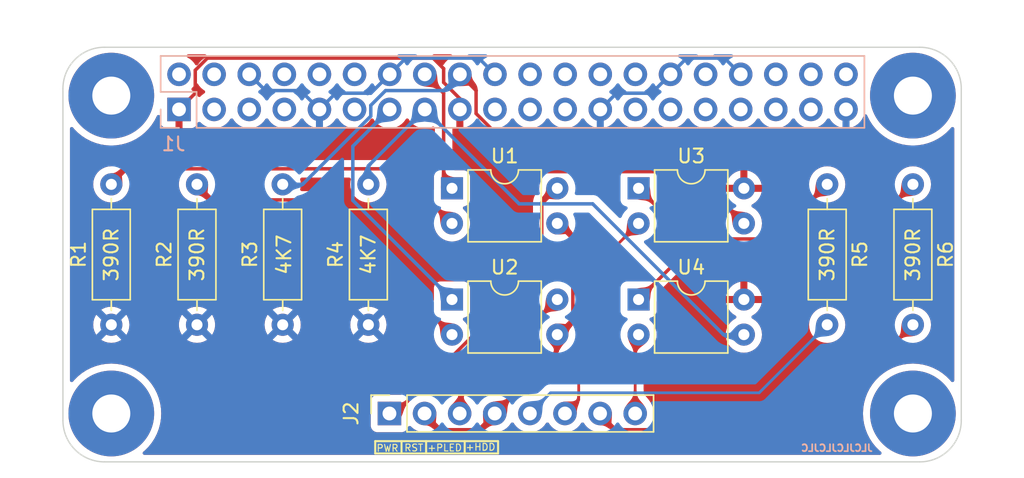
<source format=kicad_pcb>
(kicad_pcb (version 20211014) (generator pcbnew)
  (layers (0 "F.Cu" signal) (31 "B.Cu" signal) (34 "B.Paste" user) (35 "F.Paste" user) (36 "B.SilkS" user "B.Silkscreen") (37 "F.SilkS" user "F.Silkscreen") (38 "B.Mask" user) (39 "F.Mask" user) (44 "Edge.Cuts" user))
  (net 0 "")
  (net 1 "+3V3")
  (net 5 "GND1")
  (net 9 "PLED")
  (net 10 "IDLE_LED")
  (net 12 "RSTSW")
  (net 15 "PWRSW")
  (net 16 "Net-(R1-Pad2)")
  (net 17 "Net-(R2-Pad2)")
  (net 18 "PWR+")
  (net 19 "GND2")
  (net 20 "RST+")
  (net 21 "PLED+")
  (net 22 "PLED-")
  (net 23 "IDLE_LED+")
  (net 24 "IDLE_LED-")
  (net 25 "Net-(R5-Pad1)")
  (net 26 "Net-(R6-Pad1)")
  (footprint "Package_DIP:DIP-4_W7.62mm" (layer "F.Cu") (at 45.65 37.253332)
    (fp_text reference "U2" (at 3.81 -2.33) (layer "F.SilkS"))
    (fp_text value "TLP222A")
    (pad "1" thru_hole rect (at 0 0) (size 1.6 1.6) (drill 0.8) (layers *.Cu *.Mask) (net 12 "RSTSW"))
    (pad "2" thru_hole oval (at 0 2.54) (size 1.6 1.6) (drill 0.8) (layers *.Cu *.Mask) (net 17 "Net-(R2-Pad2)"))
    (pad "3" thru_hole oval (at 7.62 2.54) (size 1.6 1.6) (drill 0.8) (layers *.Cu *.Mask) (net 19 "GND2"))
    (pad "4" thru_hole oval (at 7.62 0) (size 1.6 1.6) (drill 0.8) (layers *.Cu *.Mask) (net 20 "RST+"))
  )
  (footprint "Connector_PinSocket_2.54mm:PinSocket_1x08_P2.54mm_Vertical" (layer "F.Cu") (at 41.125 45.5 90)
    (fp_text reference "J2" (at 0 -2.77 90) (layer "F.SilkS"))
    (fp_text value "Conn_01x08")
    (pad "1" thru_hole rect (at 0 0 90) (size 1.7 1.7) (drill 1) (layers *.Cu *.Mask) (net 18 "PWR+"))
    (pad "2" thru_hole oval (at 0 2.54 90) (size 1.7 1.7) (drill 1) (layers *.Cu *.Mask) (net 19 "GND2"))
    (pad "3" thru_hole oval (at 0 5.08 90) (size 1.7 1.7) (drill 1) (layers *.Cu *.Mask) (net 20 "RST+"))
    (pad "4" thru_hole oval (at 0 7.62 90) (size 1.7 1.7) (drill 1) (layers *.Cu *.Mask) (net 19 "GND2"))
    (pad "5" thru_hole oval (at 0 10.16 90) (size 1.7 1.7) (drill 1) (layers *.Cu *.Mask) (net 21 "PLED+"))
    (pad "6" thru_hole oval (at 0 12.7 90) (size 1.7 1.7) (drill 1) (layers *.Cu *.Mask) (net 22 "PLED-"))
    (pad "7" thru_hole oval (at 0 15.24 90) (size 1.7 1.7) (drill 1) (layers *.Cu *.Mask) (net 23 "IDLE_LED+"))
    (pad "8" thru_hole oval (at 0 17.78 90) (size 1.7 1.7) (drill 1) (layers *.Cu *.Mask) (net 24 "IDLE_LED-"))
  )
  (footprint "Resistor_THT:R_Axial_DIN0207_L6.3mm_D2.5mm_P10.16mm_Horizontal" (layer "F.Cu") (at 39.6 39.08 90)
    (fp_text reference "R4" (at 5.08 -2.37 90) (layer "F.SilkS"))
    (fp_text value "4K7" (at 5.08 0 90) (layer "F.SilkS"))
    (pad "1" thru_hole circle (at 0 0 90) (size 1.6 1.6) (drill 0.8) (layers *.Cu *.Mask) (net 5 "GND1"))
    (pad "2" thru_hole oval (at 10.16 0 90) (size 1.6 1.6) (drill 0.8) (layers *.Cu *.Mask) (net 10 "IDLE_LED"))
  )
  (footprint "MountingHole:MountingHole_2.7mm" (layer "F.Cu") (at 79 45.5)
    (fp_text reference "REF**" hide)
    (fp_text value "MountingHole_2.7mm")
    (pad "" np_thru_hole circle (at 0 0) (size 6.2 6.2) (drill 2.75) (layers F&B.Cu *.Mask))
  )
  (footprint "Resistor_THT:R_Axial_DIN0207_L6.3mm_D2.5mm_P10.16mm_Horizontal" (layer "F.Cu") (at 27.2 39.08 90)
    (fp_text reference "R2" (at 5.08 -2.37 90) (layer "F.SilkS"))
    (fp_text value "390R" (at 5.08 0 90) (layer "F.SilkS"))
    (pad "1" thru_hole circle (at 0 0 90) (size 1.6 1.6) (drill 0.8) (layers *.Cu *.Mask) (net 5 "GND1"))
    (pad "2" thru_hole oval (at 10.16 0 90) (size 1.6 1.6) (drill 0.8) (layers *.Cu *.Mask) (net 17 "Net-(R2-Pad2)"))
  )
  (footprint "Package_DIP:DIP-4_W7.62mm" (layer "F.Cu") (at 45.65 29.206666)
    (fp_text reference "U1" (at 3.81 -2.33) (layer "F.SilkS"))
    (fp_text value "TLP222A")
    (pad "1" thru_hole rect (at 0 0) (size 1.6 1.6) (drill 0.8) (layers *.Cu *.Mask) (net 15 "PWRSW"))
    (pad "2" thru_hole oval (at 0 2.54) (size 1.6 1.6) (drill 0.8) (layers *.Cu *.Mask) (net 16 "Net-(R1-Pad2)"))
    (pad "3" thru_hole oval (at 7.62 2.54) (size 1.6 1.6) (drill 0.8) (layers *.Cu *.Mask) (net 19 "GND2"))
    (pad "4" thru_hole oval (at 7.62 0) (size 1.6 1.6) (drill 0.8) (layers *.Cu *.Mask) (net 18 "PWR+"))
  )
  (footprint "Resistor_THT:R_Axial_DIN0207_L6.3mm_D2.5mm_P10.16mm_Horizontal" (layer "F.Cu") (at 33.4 39.08 90)
    (fp_text reference "R3" (at 5.08 -2.37 90) (layer "F.SilkS"))
    (fp_text value "4K7" (at 5.08 0.1 90) (layer "F.SilkS"))
    (pad "1" thru_hole circle (at 0 0 90) (size 1.6 1.6) (drill 0.8) (layers *.Cu *.Mask) (net 5 "GND1"))
    (pad "2" thru_hole oval (at 10.16 0 90) (size 1.6 1.6) (drill 0.8) (layers *.Cu *.Mask) (net 9 "PLED"))
  )
  (footprint "Resistor_THT:R_Axial_DIN0207_L6.3mm_D2.5mm_P10.16mm_Horizontal" (layer "F.Cu") (at 21 39.08 90)
    (fp_text reference "R1" (at 5.08 -2.37 90) (layer "F.SilkS"))
    (fp_text value "390R" (at 5.08 0 90) (layer "F.SilkS"))
    (pad "1" thru_hole circle (at 0 0 90) (size 1.6 1.6) (drill 0.8) (layers *.Cu *.Mask) (net 5 "GND1"))
    (pad "2" thru_hole oval (at 10.16 0 90) (size 1.6 1.6) (drill 0.8) (layers *.Cu *.Mask) (net 16 "Net-(R1-Pad2)"))
  )
  (footprint "MountingHole:MountingHole_2.7mm" (layer "F.Cu") (at 21 45.5)
    (fp_text reference "REF**" hide)
    (fp_text value "MountingHole_2.7mm")
    (pad "" np_thru_hole circle (at 0 0) (size 6.2 6.2) (drill 2.75) (layers F&B.Cu *.Mask))
  )
  (footprint "MountingHole:MountingHole_2.7mm" (layer "F.Cu") (at 79 22.5)
    (fp_text reference "REF**" hide)
    (fp_text value "MountingHole_2.7mm")
    (pad "" np_thru_hole circle (at 0 0) (size 6.2 6.2) (drill 2.75) (layers F&B.Cu *.Mask))
  )
  (footprint "Package_DIP:DIP-4_W7.62mm" (layer "F.Cu") (at 59.15 29.206666)
    (fp_text reference "U3" (at 3.81 -2.33) (layer "F.SilkS"))
    (fp_text value "TLP222A")
    (pad "1" thru_hole rect (at 0 0) (size 1.6 1.6) (drill 0.8) (layers *.Cu *.Mask) (net 25 "Net-(R5-Pad1)"))
    (pad "2" thru_hole oval (at 0 2.54) (size 1.6 1.6) (drill 0.8) (layers *.Cu *.Mask) (net 22 "PLED-"))
    (pad "3" thru_hole oval (at 7.62 2.54) (size 1.6 1.6) (drill 0.8) (layers *.Cu *.Mask) (net 9 "PLED"))
    (pad "4" thru_hole oval (at 7.62 0) (size 1.6 1.6) (drill 0.8) (layers *.Cu *.Mask) (net 1 "+3V3"))
  )
  (footprint "MountingHole:MountingHole_2.7mm" (layer "F.Cu") (at 21 22.5)
    (fp_text reference "REF**" hide)
    (fp_text value "MountingHole_2.7mm")
    (pad "" np_thru_hole circle (at 0 0) (size 6.2 6.2) (drill 2.75) (layers F&B.Cu *.Mask))
  )
  (footprint "Resistor_THT:R_Axial_DIN0207_L6.3mm_D2.5mm_P10.16mm_Horizontal" (layer "F.Cu") (at 72.8 28.92 -90)
    (fp_text reference "R5" (at 5.08 -2.37 90) (layer "F.SilkS"))
    (fp_text value "390R" (at 5.08 0 90) (layer "F.SilkS"))
    (pad "1" thru_hole circle (at 0 0 270) (size 1.6 1.6) (drill 0.8) (layers *.Cu *.Mask) (net 25 "Net-(R5-Pad1)"))
    (pad "2" thru_hole oval (at 10.16 0 270) (size 1.6 1.6) (drill 0.8) (layers *.Cu *.Mask) (net 21 "PLED+"))
  )
  (footprint "Package_DIP:DIP-4_W7.62mm" (layer "F.Cu") (at 59.15 37.253332)
    (fp_text reference "U4" (at 3.81 -2.33) (layer "F.SilkS"))
    (fp_text value "TLP222A")
    (pad "1" thru_hole rect (at 0 0) (size 1.6 1.6) (drill 0.8) (layers *.Cu *.Mask) (net 26 "Net-(R6-Pad1)"))
    (pad "2" thru_hole oval (at 0 2.54) (size 1.6 1.6) (drill 0.8) (layers *.Cu *.Mask) (net 24 "IDLE_LED-"))
    (pad "3" thru_hole oval (at 7.62 2.54) (size 1.6 1.6) (drill 0.8) (layers *.Cu *.Mask) (net 10 "IDLE_LED"))
    (pad "4" thru_hole oval (at 7.62 0) (size 1.6 1.6) (drill 0.8) (layers *.Cu *.Mask) (net 1 "+3V3"))
  )
  (footprint "Resistor_THT:R_Axial_DIN0207_L6.3mm_D2.5mm_P10.16mm_Horizontal" (layer "F.Cu") (at 79 28.92 -90)
    (fp_text reference "R6" (at 5.08 -2.37 90) (layer "F.SilkS"))
    (fp_text value "390R" (at 5.08 0 90) (layer "F.SilkS"))
    (pad "1" thru_hole circle (at 0 0 270) (size 1.6 1.6) (drill 0.8) (layers *.Cu *.Mask) (net 26 "Net-(R6-Pad1)"))
    (pad "2" thru_hole oval (at 10.16 0 270) (size 1.6 1.6) (drill 0.8) (layers *.Cu *.Mask) (net 23 "IDLE_LED+"))
  )
  (footprint "Connector_PinSocket_2.54mm:PinSocket_2x20_P2.54mm_Vertical" (layer "B.Cu") (at 25.9 23.5 -90)
    (fp_text reference "J1" (at 2.5 0.4 180) (layer "B.SilkS") (effects (justify mirror)))
    (fp_text value "Raspberry_Pi_2_3")
    (pad "1" thru_hole rect (at 0 0 270) (size 1.7 1.7) (drill 1) (layers *.Cu *.Mask) (net 1 "+3V3"))
    (pad "2" thru_hole oval (at -2.54 0 270) (size 1.7 1.7) (drill 1) (layers *.Cu *.Mask))
    (pad "3" thru_hole oval (at 0 -2.54 270) (size 1.7 1.7) (drill 1) (layers *.Cu *.Mask))
    (pad "4" thru_hole oval (at -2.54 -2.54 270) (size 1.7 1.7) (drill 1) (layers *.Cu *.Mask))
    (pad "5" thru_hole oval (at 0 -5.08 270) (size 1.7 1.7) (drill 1) (layers *.Cu *.Mask))
    (pad "6" thru_hole oval (at -2.54 -5.08 270) (size 1.7 1.7) (drill 1) (layers *.Cu *.Mask) (net 5 "GND1"))
    (pad "7" thru_hole oval (at 0 -7.62 270) (size 1.7 1.7) (drill 1) (layers *.Cu *.Mask))
    (pad "8" thru_hole oval (at -2.54 -7.62 270) (size 1.7 1.7) (drill 1) (layers *.Cu *.Mask))
    (pad "9" thru_hole oval (at 0 -10.16 270) (size 1.7 1.7) (drill 1) (layers *.Cu *.Mask) (net 5 "GND1"))
    (pad "10" thru_hole oval (at -2.54 -10.16 270) (size 1.7 1.7) (drill 1) (layers *.Cu *.Mask))
    (pad "11" thru_hole oval (at 0 -12.7 270) (size 1.7 1.7) (drill 1) (layers *.Cu *.Mask))
    (pad "12" thru_hole oval (at -2.54 -12.7 270) (size 1.7 1.7) (drill 1) (layers *.Cu *.Mask))
    (pad "13" thru_hole oval (at 0 -15.24 270) (size 1.7 1.7) (drill 1) (layers *.Cu *.Mask) (net 12 "RSTSW"))
    (pad "14" thru_hole oval (at -2.54 -15.24 270) (size 1.7 1.7) (drill 1) (layers *.Cu *.Mask) (net 5 "GND1"))
    (pad "15" thru_hole oval (at 0 -17.78 270) (size 1.7 1.7) (drill 1) (layers *.Cu *.Mask) (net 10 "IDLE_LED"))
    (pad "16" thru_hole oval (at -2.54 -17.78 270) (size 1.7 1.7) (drill 1) (layers *.Cu *.Mask) (net 15 "PWRSW"))
    (pad "17" thru_hole oval (at 0 -20.32 270) (size 1.7 1.7) (drill 1) (layers *.Cu *.Mask) (net 1 "+3V3"))
    (pad "18" thru_hole oval (at -2.54 -20.32 270) (size 1.7 1.7) (drill 1) (layers *.Cu *.Mask) (net 9 "PLED"))
    (pad "19" thru_hole oval (at 0 -22.86 270) (size 1.7 1.7) (drill 1) (layers *.Cu *.Mask))
    (pad "20" thru_hole oval (at -2.54 -22.86 270) (size 1.7 1.7) (drill 1) (layers *.Cu *.Mask) (net 5 "GND1"))
    (pad "21" thru_hole oval (at 0 -25.4 270) (size 1.7 1.7) (drill 1) (layers *.Cu *.Mask))
    (pad "22" thru_hole oval (at -2.54 -25.4 270) (size 1.7 1.7) (drill 1) (layers *.Cu *.Mask))
    (pad "23" thru_hole oval (at 0 -27.94 270) (size 1.7 1.7) (drill 1) (layers *.Cu *.Mask))
    (pad "24" thru_hole oval (at -2.54 -27.94 270) (size 1.7 1.7) (drill 1) (layers *.Cu *.Mask))
    (pad "25" thru_hole oval (at 0 -30.48 270) (size 1.7 1.7) (drill 1) (layers *.Cu *.Mask) (net 5 "GND1"))
    (pad "26" thru_hole oval (at -2.54 -30.48 270) (size 1.7 1.7) (drill 1) (layers *.Cu *.Mask))
    (pad "27" thru_hole oval (at 0 -33.02 270) (size 1.7 1.7) (drill 1) (layers *.Cu *.Mask))
    (pad "28" thru_hole oval (at -2.54 -33.02 270) (size 1.7 1.7) (drill 1) (layers *.Cu *.Mask))
    (pad "29" thru_hole oval (at 0 -35.56 270) (size 1.7 1.7) (drill 1) (layers *.Cu *.Mask))
    (pad "30" thru_hole oval (at -2.54 -35.56 270) (size 1.7 1.7) (drill 1) (layers *.Cu *.Mask) (net 5 "GND1"))
    (pad "31" thru_hole oval (at 0 -38.1 270) (size 1.7 1.7) (drill 1) (layers *.Cu *.Mask))
    (pad "32" thru_hole oval (at -2.54 -38.1 270) (size 1.7 1.7) (drill 1) (layers *.Cu *.Mask))
    (pad "33" thru_hole oval (at 0 -40.64 270) (size 1.7 1.7) (drill 1) (layers *.Cu *.Mask))
    (pad "34" thru_hole oval (at -2.54 -40.64 270) (size 1.7 1.7) (drill 1) (layers *.Cu *.Mask) (net 5 "GND1"))
    (pad "35" thru_hole oval (at 0 -43.18 270) (size 1.7 1.7) (drill 1) (layers *.Cu *.Mask))
    (pad "36" thru_hole oval (at -2.54 -43.18 270) (size 1.7 1.7) (drill 1) (layers *.Cu *.Mask))
    (pad "37" thru_hole oval (at 0 -45.72 270) (size 1.7 1.7) (drill 1) (layers *.Cu *.Mask))
    (pad "38" thru_hole oval (at -2.54 -45.72 270) (size 1.7 1.7) (drill 1) (layers *.Cu *.Mask))
    (pad "39" thru_hole oval (at 0 -48.26 270) (size 1.7 1.7) (drill 1) (layers *.Cu *.Mask) (net 5 "GND1"))
    (pad "40" thru_hole oval (at -2.54 -48.26 270) (size 1.7 1.7) (drill 1) (layers *.Cu *.Mask))
  )
  (gr_line (start 48.985 47.5) (end 40.095 47.5) (layer "F.SilkS") (width 0.15))
  (gr_line (start 40.095 48.389) (end 48.985 48.389) (layer "F.SilkS") (width 0.15))
  (gr_line (start 48.985 48.389) (end 48.985 47.5) (layer "F.SilkS") (width 0.15))
  (gr_line (start 40.095 47.5) (end 40.095 48.389) (layer "F.SilkS") (width 0.15))
  (gr_line (start 43.778 48.389) (end 43.778 47.5) (layer "F.SilkS") (width 0.15))
  (gr_line (start 46.572 48.389) (end 46.572 47.5) (layer "F.SilkS") (width 0.15))
  (gr_line (start 42 48.389) (end 42 47.5) (layer "F.SilkS") (width 0.15))
  (gr_line (start 79.5 19) (end 20.5 19) (layer "Edge.Cuts") (width 0.1))
  (gr_line (start 79.5 49) (end 20.5 49) (layer "Edge.Cuts") (width 0.1))
  (gr_line (start 17.5 22) (end 17.5 46) (layer "Edge.Cuts") (width 0.1))
  (gr_arc (start 20.5 49) (mid 18.37868 48.12132) (end 17.5 46) (layer "Edge.Cuts") (width 0.1))
  (gr_arc (start 82.5 46) (mid 81.62132 48.12132) (end 79.5 49) (layer "Edge.Cuts") (width 0.1))
  (gr_arc (start 17.5 22) (mid 18.37868 19.87868) (end 20.5 19) (layer "Edge.Cuts") (width 0.1))
  (gr_arc (start 79.5 19) (mid 81.62132 19.87868) (end 82.5 22) (layer "Edge.Cuts") (width 0.1))
  (gr_line (start 82.5 22) (end 82.5 46) (layer "Edge.Cuts") (width 0.1))
  (gr_text "JLCJLCJLCJLC" (at 73.5 48) (layer "B.SilkS") (effects (font (size 0.5 0.5) (thickness 0.125)) (justify mirror)))
  (gr_text "+HDD" (at 47.715 47.9318) (layer "F.SilkS") (effects (font (size 0.5 0.5) (thickness 0.075))))
  (gr_text "RST" (at 42.889 47.9826) (layer "F.SilkS") (effects (font (size 0.5 0.5) (thickness 0.075))))
  (gr_text "PWR" (at 40.984 48.008) (layer "F.SilkS") (effects (font (size 0.5 0.5) (thickness 0.075))))
  (gr_text "+PLED" (at 45.1242 47.9826) (layer "F.SilkS") (effects (font (size 0.5 0.5) (thickness 0.075))))
  (segment (start 27.074511 22.325489) (end 27.074511 20.664479) (width 0.25) (layer "F.Cu") (net 1))
  (segment (start 25.9 23.5) (end 27.074511 22.325489) (width 0.25) (layer "F.Cu") (net 1))
  (segment (start 45.045489 20.545489) (end 45.045489 21.545489) (width 0.25) (layer "F.Cu") (net 1))
  (segment (start 44.285489 19.785489) (end 45.045489 20.545489) (width 0.25) (layer "F.Cu") (net 1))
  (segment (start 27.074511 20.664479) (end 27.953501 19.785489) (width 0.25) (layer "F.Cu") (net 1))
  (segment (start 27.953501 19.785489) (end 44.285489 19.785489) (width 0.25) (layer "F.Cu") (net 1))
  (segment (start 46.22 22.72) (end 46.22 23.5) (width 0.25) (layer "F.Cu") (net 1))
  (segment (start 45.045489 21.545489) (end 46.22 22.72) (width 0.25) (layer "F.Cu") (net 1))
  (segment (start 37.234511 22.325489) (end 39.774511 22.325489) (width 0.25) (layer "B.Cu") (net 5))
  (segment (start 34.694511 22.134511) (end 36.06 23.5) (width 0.25) (layer "B.Cu") (net 5))
  (segment (start 39.774511 22.325489) (end 41.14 20.96) (width 0.25) (layer "B.Cu") (net 5))
  (segment (start 30.98 20.96) (end 32.154511 22.134511) (width 0.25) (layer "B.Cu") (net 5))
  (segment (start 36.06 23.5) (end 37.234511 22.325489) (width 0.25) (layer "B.Cu") (net 5))
  (segment (start 42.314511 19.785489) (end 41.14 20.96) (width 0.25) (layer "B.Cu") (net 5))
  (segment (start 60.094511 22.325489) (end 61.46 20.96) (width 0.25) (layer "B.Cu") (net 5))
  (segment (start 32.154511 22.134511) (end 34.694511 22.134511) (width 0.25) (layer "B.Cu") (net 5))
  (segment (start 65.365489 19.785489) (end 62.634511 19.785489) (width 0.25) (layer "B.Cu") (net 5))
  (segment (start 48.76 20.96) (end 47.585489 19.785489) (width 0.25) (layer "B.Cu") (net 5))
  (segment (start 57.554511 22.325489) (end 60.094511 22.325489) (width 0.25) (layer "B.Cu") (net 5))
  (segment (start 47.585489 19.785489) (end 42.314511 19.785489) (width 0.25) (layer "B.Cu") (net 5))
  (segment (start 66.54 20.96) (end 65.365489 19.785489) (width 0.25) (layer "B.Cu") (net 5))
  (segment (start 56.38 23.5) (end 57.554511 22.325489) (width 0.25) (layer "B.Cu") (net 5))
  (segment (start 62.634511 19.785489) (end 61.46 20.96) (width 0.25) (layer "B.Cu") (net 5))
  (segment (start 63.023334 28) (end 66.77 31.746666) (width 0.25) (layer "F.Cu") (net 9))
  (segment (start 51.59899 28) (end 63.023334 28) (width 0.25) (layer "F.Cu") (net 9))
  (segment (start 46.22 20.96) (end 47.394511 22.134511) (width 0.25) (layer "F.Cu") (net 9))
  (segment (start 47.394511 22.134511) (end 47.394511 23.795521) (width 0.25) (layer "F.Cu") (net 9))
  (segment (start 47.394511 23.795521) (end 51.59899 28) (width 0.25) (layer "F.Cu") (net 9))
  (segment (start 40.844479 22.134511) (end 45.045489 22.134511) (width 0.25) (layer "B.Cu") (net 9))
  (segment (start 45.045489 22.134511) (end 46.22 20.96) (width 0.25) (layer "B.Cu") (net 9))
  (segment (start 39.774511 23.986499) (end 39.774511 23.204479) (width 0.25) (layer "B.Cu") (net 9))
  (segment (start 39.774511 23.204479) (end 40.844479 22.134511) (width 0.25) (layer "B.Cu") (net 9))
  (segment (start 33.4 28.92) (end 34.84101 28.92) (width 0.25) (layer "B.Cu") (net 9))
  (segment (start 34.84101 28.92) (end 39.774511 23.986499) (width 0.25) (layer "B.Cu") (net 9))
  (segment (start 65.293332 39.793332) (end 66.77 39.793332) (width 0.25) (layer "B.Cu") (net 10))
  (segment (start 39.6 28.92) (end 39.6 27.58) (width 0.25) (layer "B.Cu") (net 10))
  (segment (start 50.511177 30.331177) (end 55.831177 30.331177) (width 0.25) (layer "B.Cu") (net 10))
  (segment (start 39.6 27.58) (end 43.68 23.5) (width 0.25) (layer "B.Cu") (net 10))
  (segment (start 43.68 23.5) (end 50.511177 30.331177) (width 0.25) (layer "B.Cu") (net 10))
  (segment (start 55.831177 30.331177) (end 65.293332 39.793332) (width 0.25) (layer "B.Cu") (net 10))
  (segment (start 38.475489 30.078821) (end 45.65 37.253332) (width 0.25) (layer "B.Cu") (net 12))
  (segment (start 41.14 23.5) (end 38.475489 26.164511) (width 0.25) (layer "B.Cu") (net 12))
  (segment (start 38.475489 26.164511) (end 38.475489 30.078821) (width 0.25) (layer "B.Cu") (net 12))
  (segment (start 45.045489 22.325489) (end 43.68 20.96) (width 0.25) (layer "F.Cu") (net 15))
  (segment (start 45.045489 28.602155) (end 45.045489 22.325489) (width 0.25) (layer "F.Cu") (net 15))
  (segment (start 45.65 29.206666) (end 45.045489 28.602155) (width 0.25) (layer "F.Cu") (net 15))
  (segment (start 22.124511 27.795489) (end 41.698823 27.795489) (width 0.25) (layer "F.Cu") (net 16))
  (segment (start 21 28.92) (end 22.124511 27.795489) (width 0.25) (layer "F.Cu") (net 16))
  (segment (start 41.698823 27.795489) (end 45.65 31.746666) (width 0.25) (layer "F.Cu") (net 16))
  (segment (start 28.324511 30.044511) (end 35.901179 30.044511) (width 0.25) (layer "F.Cu") (net 17))
  (segment (start 35.901179 30.044511) (end 45.65 39.793332) (width 0.25) (layer "F.Cu") (net 17))
  (segment (start 27.2 28.92) (end 28.324511 30.044511) (width 0.25) (layer "F.Cu") (net 17))
  (segment (start 41.125 45.5) (end 41.533632 45.5) (width 0.25) (layer "F.Cu") (net 18))
  (segment (start 52.145489 30.331177) (end 53.27 29.206666) (width 0.25) (layer "F.Cu") (net 18))
  (segment (start 41.533632 45.5) (end 52.145489 34.888143) (width 0.25) (layer "F.Cu") (net 18))
  (segment (start 52.145489 34.888143) (end 52.145489 30.331177) (width 0.25) (layer "F.Cu") (net 18))
  (segment (start 44.839511 46.674511) (end 47.570489 46.674511) (width 0.25) (layer "F.Cu") (net 19))
  (segment (start 43.665 45.5) (end 44.839511 46.674511) (width 0.25) (layer "F.Cu") (net 19))
  (segment (start 47.570489 46.674511) (end 48.745 45.5) (width 0.25) (layer "F.Cu") (net 19))
  (segment (start 53.27 39.793332) (end 54.394511 38.668821) (width 0.25) (layer "F.Cu") (net 19))
  (segment (start 54.394511 32.871177) (end 53.27 31.746666) (width 0.25) (layer "F.Cu") (net 19))
  (segment (start 53.27 40.975) (end 53.27 39.793332) (width 0.25) (layer "F.Cu") (net 19))
  (segment (start 54.394511 38.668821) (end 54.394511 32.871177) (width 0.25) (layer "F.Cu") (net 19))
  (segment (start 48.745 45.5) (end 53.27 40.975) (width 0.25) (layer "F.Cu") (net 19))
  (segment (start 46.205 44.318332) (end 46.205 45.5) (width 0.25) (layer "F.Cu") (net 20))
  (segment (start 53.27 37.253332) (end 46.205 44.318332) (width 0.25) (layer "F.Cu") (net 20))
  (segment (start 51.285 45.5) (end 52.785 44) (width 0.2) (layer "B.Cu") (net 21))
  (segment (start 67.88 44) (end 72.8 39.08) (width 0.2) (layer "B.Cu") (net 21))
  (segment (start 52.785 44) (end 67.88 44) (width 0.2) (layer "B.Cu") (net 21))
  (segment (start 54.819031 44.505969) (end 54.819031 36.077635) (width 0.2) (layer "F.Cu") (net 22))
  (segment (start 53.825 45.5) (end 54.819031 44.505969) (width 0.2) (layer "F.Cu") (net 22))
  (segment (start 54.819031 36.077635) (end 59.15 31.746666) (width 0.2) (layer "F.Cu") (net 22))
  (segment (start 57.514511 46.649511) (end 71.430489 46.649511) (width 0.2) (layer "F.Cu") (net 23))
  (segment (start 71.430489 46.649511) (end 79 39.08) (width 0.2) (layer "F.Cu") (net 23))
  (segment (start 56.365 45.5) (end 57.514511 46.649511) (width 0.2) (layer "F.Cu") (net 23))
  (segment (start 58.905 45.5) (end 58.905 40.038332) (width 0.2) (layer "F.Cu") (net 24))
  (segment (start 58.905 40.038332) (end 59.15 39.793332) (width 0.2) (layer "F.Cu") (net 24))
  (segment (start 62.814511 32.871177) (end 68.848823 32.871177) (width 0.25) (layer "F.Cu") (net 25))
  (segment (start 68.848823 32.871177) (end 72.8 28.92) (width 0.25) (layer "F.Cu") (net 25))
  (segment (start 59.15 29.206666) (end 62.814511 32.871177) (width 0.25) (layer "F.Cu") (net 25))
  (segment (start 63.082635 33.320697) (end 59.15 37.253332) (width 0.25) (layer "F.Cu") (net 26))
  (segment (start 74.599303 33.320697) (end 63.082635 33.320697) (width 0.25) (layer "F.Cu") (net 26))
  (segment (start 79 28.92) (end 74.599303 33.320697) (width 0.25) (layer "F.Cu") (net 26))
  (zone (net 19) (net_name "GND2") (layer "F.Cu") (priority 16962) (connect_pads yes (clearance 0)) (min_thickness 0.0254) (fill yes (thermal_gap 0.508) (thermal_bridge_width 0.508))
    (polygon (pts (xy 54.519511 32.880878) (xy 54.506924 32.715403) (xy 54.472761 32.580293) (xy 54.422416 32.468498) (xy 54.361283 32.37297) (xy 54.294755 32.28666) (xy 54.228227 32.202518) (xy 54.167094 32.113497) (xy 54.116749 32.012547) (xy 54.082586 31.892619) (xy 54.07 31.746666) (xy 52.987158 31.463824) (xy 53.00746 32.502359) (xy 53.176096 32.54148) (xy 53.349358 32.551661) (xy 53.521975 32.54365) (xy 53.688677 32.528193) (xy 53.844193 32.516036) (xy 53.983252 32.517925) (xy 54.100584 32.544607) (xy 54.190918 32.606829) (xy 54.248984 32.715337) (xy 54.269511 32.880878)))
  )
  (zone (net 15) (net_name "PWRSW") (layer "F.Cu") (priority 16962) (connect_pads yes (clearance 0)) (min_thickness 0.0254) (fill yes (thermal_gap 0.508) (thermal_bridge_width 0.508))
    (polygon (pts (xy 44.920489 27.857063) (xy 44.918515 28.042969) (xy 44.913158 28.199717) (xy 44.905263 28.333995) (xy 44.895676 28.452491) (xy 44.885244 28.561896) (xy 44.874812 28.668898) (xy 44.865225 28.780187) (xy 44.85733 28.902452) (xy 44.851973 29.042382) (xy 44.85 29.206666) (xy 45.932842 29.489508) (xy 45.91254 28.450973) (xy 45.795606 28.413768) (xy 45.683416 28.382038) (xy 45.577751 28.35188) (xy 45.480393 28.319393) (xy 45.393125 28.280675) (xy 45.317728 28.231825) (xy 45.255983 28.16894) (xy 45.209674 28.088119) (xy 45.180582 27.985461) (xy 45.170489 27.857063)))
  )
  (zone (net 25) (net_name "Net-(R5-Pad1)") (layer "F.Cu") (priority 16962) (connect_pads yes (clearance 0)) (min_thickness 0.0254) (fill yes (thermal_gap 0.508) (thermal_bridge_width 0.508))
    (polygon (pts (xy 60.362687 30.242577) (xy 60.237004 30.103431) (xy 60.14739 29.975671) (xy 60.086982 29.855801) (xy 60.048922 29.740328) (xy 60.026349 29.625757) (xy 60.012404 29.508593) (xy 60.000225 29.385342) (xy 59.982954 29.25251) (xy 59.95373 29.106603) (xy 59.905693 28.944126) (xy 58.867158 28.923824) (xy 58.88746 29.962359) (xy 59.049937 30.010396) (xy 59.195844 30.03962) (xy 59.328676 30.056891) (xy 59.451927 30.06907) (xy 59.569091 30.083015) (xy 59.683662 30.105588) (xy 59.799135 30.143648) (xy 59.919005 30.204056) (xy 60.046765 30.29367) (xy 60.185911 30.419353)))
  )
  (zone (net 1) (net_name "+3V3") (layer "F.Cu") (connect_pads (clearance 0.508)) (min_thickness 0.254) (fill yes (thermal_gap 0.508) (thermal_bridge_width 0.508))
    (polygon (pts (xy 82.5 49) (xy 17.5 49) (xy 17.5 19) (xy 82.5 19)))
  )
  (zone (net 17) (net_name "Net-(R2-Pad2)") (layer "F.Cu") (priority 16962) (connect_pads yes (clearance 0)) (min_thickness 0.0254) (fill yes (thermal_gap 0.508) (thermal_bridge_width 0.508))
    (polygon (pts (xy 44.437313 38.757421) (xy 44.562995 38.896566) (xy 44.652609 39.024326) (xy 44.713017 39.144196) (xy 44.751077 39.259669) (xy 44.77365 39.37424) (xy 44.787595 39.491404) (xy 44.799774 39.614655) (xy 44.817045 39.747487) (xy 44.846269 39.893394) (xy 44.894307 40.055872) (xy 45.932842 40.076174) (xy 45.91254 39.037639) (xy 45.750062 38.989601) (xy 45.604155 38.960377) (xy 45.471323 38.943106) (xy 45.348072 38.930927) (xy 45.230908 38.916982) (xy 45.116337 38.894409) (xy 45.000864 38.856349) (xy 44.880994 38.795941) (xy 44.753234 38.706327) (xy 44.614089 38.580645)))
  )
  (zone (net 20) (net_name "RST+") (layer "F.Cu") (priority 16962) (connect_pads yes (clearance 0)) (min_thickness 0.0254) (fill yes (thermal_gap 0.508) (thermal_bridge_width 0.508))
    (polygon (pts (xy 46.483127 43.863428) (xy 46.353252 43.997681) (xy 46.24797 44.114846) (xy 46.161557 44.218772) (xy 46.088284 44.31331) (xy 46.022428 44.402309) (xy 45.95826 44.489619) (xy 45.890055 44.579089) (xy 45.812088 44.674569) (xy 45.718631 44.779909) (xy 45.60396 44.89896) (xy 46.205 45.925) (xy 46.97 45.129494) (xy 46.897556 45.000478) (xy 46.815636 44.881885) (xy 46.731246 44.77148) (xy 46.651392 44.667028) (xy 46.583081 44.566294) (xy 46.53332 44.467045) (xy 46.509115 44.367046) (xy 46.517473 44.264062) (xy 46.5654 44.15586) (xy 46.659904 44.040205)))
  )
  (zone (net 22) (net_name "PLED-") (layer "F.Cu") (priority 16962) (connect_pads yes (clearance 0)) (min_thickness 0.0254) (fill yes (thermal_gap 0.508) (thermal_bridge_width 0.508))
    (polygon (pts (xy 58.096412 32.941676) (xy 58.236797 32.815613) (xy 58.365942 32.72697) (xy 58.487329 32.668559) (xy 58.604444 32.63319) (xy 58.720771 32.613677) (xy 58.839794 32.602831) (xy 58.964998 32.593464) (xy 59.099868 32.578389) (xy 59.247887 32.550416) (xy 59.41254 32.502359) (xy 59.432842 31.463824) (xy 58.394307 31.484126) (xy 58.346249 31.648778) (xy 58.318276 31.796797) (xy 58.303201 31.931667) (xy 58.293834 32.056871) (xy 58.282988 32.175894) (xy 58.263475 32.292221) (xy 58.228106 32.409336) (xy 58.169695 32.530723) (xy 58.081052 32.659868) (xy 57.95499 32.800254)))
  )
  (zone (net 18) (net_name "PWR+") (layer "F.Cu") (priority 16962) (connect_pads yes (clearance 0)) (min_thickness 0.0254) (fill yes (thermal_gap 0.508) (thermal_bridge_width 0.508))
    (polygon (pts (xy 42.413979 44.442876) (xy 42.28203 44.560345) (xy 42.159447 44.641151) (xy 42.043034 44.690978) (xy 41.929595 44.715514) (xy 41.815932 44.720444) (xy 41.698849 44.711455) (xy 41.57515 44.694233) (xy 41.441638 44.674464) (xy 41.295116 44.657835) (xy 41.132389 44.650033) (xy 40.740904 45.681921) (xy 41.787304 46.032777) (xy 41.903565 45.872876) (xy 41.988382 45.726308) (xy 42.050553 45.589621) (xy 42.098877 45.459366) (xy 42.142153 45.33209) (xy 42.189179 45.204345) (xy 42.248754 45.072679) (xy 42.329676 44.933642) (xy 42.440744 44.783783) (xy 42.590756 44.619653)))
  )
  (zone (net 16) (net_name "Net-(R1-Pad2)") (layer "F.Cu") (priority 16962) (connect_pads yes (clearance 0)) (min_thickness 0.0254) (fill yes (thermal_gap 0.508) (thermal_bridge_width 0.508))
    (polygon (pts (xy 44.437313 30.710755) (xy 44.562995 30.8499) (xy 44.652609 30.97766) (xy 44.713017 31.09753) (xy 44.751077 31.213003) (xy 44.77365 31.327574) (xy 44.787595 31.444738) (xy 44.799774 31.567989) (xy 44.817045 31.700821) (xy 44.846269 31.846728) (xy 44.894307 32.009206) (xy 45.932842 32.029508) (xy 45.91254 30.990973) (xy 45.750062 30.942935) (xy 45.604155 30.913711) (xy 45.471323 30.89644) (xy 45.348072 30.884261) (xy 45.230908 30.870316) (xy 45.116337 30.847743) (xy 45.000864 30.809683) (xy 44.880994 30.749275) (xy 44.753234 30.659661) (xy 44.614089 30.533979)))
  )
  (zone (net 19) (net_name "GND2") (layer "F.Cu") (priority 16962) (connect_pads yes (clearance 0)) (min_thickness 0.0254) (fill yes (thermal_gap 0.508) (thermal_bridge_width 0.508))
    (polygon (pts (xy 49.851621 44.216602) (xy 49.70334 44.350313) (xy 49.567119 44.445278) (xy 49.439245 44.50889) (xy 49.316006 44.548538) (xy 49.193691 44.571613) (xy 49.068588 44.585507) (xy 48.936984 44.597609) (xy 48.795167 44.61531) (xy 48.639427 44.646002) (xy 48.466051 44.697076) (xy 48.44448 45.80052) (xy 49.547924 45.778949) (xy 49.598997 45.605572) (xy 49.629689 45.449832) (xy 49.64739 45.308015) (xy 49.659492 45.176411) (xy 49.673386 45.051308) (xy 49.696461 44.928993) (xy 49.736109 44.805754) (xy 49.799721 44.67788) (xy 49.894686 44.541659) (xy 50.028398 44.393379)))
  )
  (zone (net 19) (net_name "GND2") (layer "F.Cu") (priority 16962) (connect_pads yes (clearance 0)) (min_thickness 0.0254) (fill yes (thermal_gap 0.508) (thermal_bridge_width 0.508))
    (polygon (pts (xy 47.531499 46.799511) (xy 47.707285 46.786924) (xy 47.851333 46.752761) (xy 47.971006 46.702416) (xy 48.073672 46.641283) (xy 48.166696 46.574755) (xy 48.257445 46.508227) (xy 48.353283 46.447094) (xy 48.461578 46.396749) (xy 48.589695 46.362586) (xy 48.745 46.35) (xy 49.04552 45.19948) (xy 47.942076 45.221051) (xy 47.900408 45.399122) (xy 47.888777 45.581827) (xy 47.895968 45.763659) (xy 47.91077 45.939112) (xy 47.92197 46.102679) (xy 47.918356 46.248855) (xy 47.888714 46.372132) (xy 47.821832 46.467005) (xy 47.706498 46.527966) (xy 47.531499 46.549511)))
  )
  (zone (net 16) (net_name "Net-(R1-Pad2)") (layer "F.Cu") (priority 16962) (connect_pads yes (clearance 0)) (min_thickness 0.0254) (fill yes (thermal_gap 0.508) (thermal_bridge_width 0.508))
    (polygon (pts (xy 22.134212 27.670489) (xy 21.968737 27.683075) (xy 21.833627 27.717238) (xy 21.721832 27.767583) (xy 21.626304 27.828716) (xy 21.539994 27.895244) (xy 21.455852 27.961772) (xy 21.366831 28.022905) (xy 21.265881 28.07325) (xy 21.145953 28.107413) (xy 21 28.12) (xy 20.717158 29.202842) (xy 21.755693 29.18254) (xy 21.794814 29.013903) (xy 21.804995 28.840641) (xy 21.796984 28.668024) (xy 21.781527 28.501322) (xy 21.76937 28.345806) (xy 21.771259 28.206747) (xy 21.797941 28.089415) (xy 21.860163 27.999081) (xy 21.968671 27.941015) (xy 22.134212 27.920489)))
  )
  (zone (net 24) (net_name "IDLE_LED-") (layer "F.Cu") (priority 16962) (connect_pads yes (clearance 0)) (min_thickness 0.0254) (fill yes (thermal_gap 0.508) (thermal_bridge_width 0.508))
    (polygon (pts (xy 58.805 43.81) (xy 58.794089 44.010555) (xy 58.763251 44.174327) (xy 58.715326 44.309393) (xy 58.653154 44.423829) (xy 58.579576 44.52571) (xy 58.497431 44.623115) (xy 58.409561 44.724119) (xy 58.318806 44.836799) (xy 58.228005 44.969232) (xy 58.14 45.129494) (xy 58.905 45.925) (xy 59.67 45.129494) (xy 59.581994 44.969232) (xy 59.491193 44.836799) (xy 59.400438 44.724119) (xy 59.312568 44.623115) (xy 59.230423 44.52571) (xy 59.156845 44.423829) (xy 59.094673 44.309393) (xy 59.046748 44.174327) (xy 59.01591 44.010555) (xy 59.005 43.81)))
  )
  (zone (net 26) (net_name "Net-(R6-Pad1)") (layer "F.Cu") (priority 16962) (connect_pads yes (clearance 0)) (min_thickness 0.0254) (fill yes (thermal_gap 0.508) (thermal_bridge_width 0.508))
    (polygon (pts (xy 60.185911 36.040645) (xy 60.046765 36.166327) (xy 59.919005 36.255941) (xy 59.799135 36.316349) (xy 59.683662 36.354409) (xy 59.569091 36.376982) (xy 59.451927 36.390927) (xy 59.328676 36.403106) (xy 59.195844 36.420377) (xy 59.049937 36.449601) (xy 58.88746 36.497639) (xy 58.867158 37.536174) (xy 59.905693 37.515872) (xy 59.95373 37.353394) (xy 59.982954 37.207487) (xy 60.000225 37.074655) (xy 60.012404 36.951404) (xy 60.026349 36.83424) (xy 60.048922 36.719669) (xy 60.086982 36.604196) (xy 60.14739 36.484326) (xy 60.237004 36.356566) (xy 60.362687 36.217421)))
  )
  (zone (net 9) (net_name "PLED") (layer "F.Cu") (priority 16962) (connect_pads yes (clearance 0)) (min_thickness 0.0254) (fill yes (thermal_gap 0.508) (thermal_bridge_width 0.508))
    (polygon (pts (xy 47.519511 22.173501) (xy 47.506924 21.997714) (xy 47.472761 21.853666) (xy 47.422416 21.733993) (xy 47.361283 21.631327) (xy 47.294755 21.538303) (xy 47.228227 21.447554) (xy 47.167094 21.351716) (xy 47.116749 21.243421) (xy 47.082586 21.115304) (xy 47.07 20.96) (xy 45.91948 20.65948) (xy 45.941051 21.762924) (xy 46.119122 21.804591) (xy 46.301827 21.816222) (xy 46.483659 21.809031) (xy 46.659112 21.794229) (xy 46.822679 21.783029) (xy 46.968855 21.786643) (xy 47.092132 21.816285) (xy 47.187005 21.883167) (xy 47.247966 21.998501) (xy 47.269511 22.173501)))
  )
  (zone (net 20) (net_name "RST+") (layer "F.Cu") (priority 16962) (connect_pads yes (clearance 0)) (min_thickness 0.0254) (fill yes (thermal_gap 0.508) (thermal_bridge_width 0.508))
    (polygon (pts (xy 52.234089 38.466019) (xy 52.373234 38.340336) (xy 52.500994 38.250722) (xy 52.620864 38.190314) (xy 52.736337 38.152254) (xy 52.850908 38.129681) (xy 52.968072 38.115736) (xy 53.091323 38.103557) (xy 53.224155 38.086286) (xy 53.370062 38.057062) (xy 53.53254 38.009025) (xy 53.552842 36.97049) (xy 52.514307 36.990792) (xy 52.466269 37.153269) (xy 52.437045 37.299176) (xy 52.419774 37.432008) (xy 52.407595 37.555259) (xy 52.39365 37.672423) (xy 52.371077 37.786994) (xy 52.333017 37.902467) (xy 52.272609 38.022337) (xy 52.182995 38.150097) (xy 52.057313 38.289243)))
  )
  (zone (net 9) (net_name "PLED") (layer "F.Cu") (priority 16962) (connect_pads yes (clearance 0)) (min_thickness 0.0254) (fill yes (thermal_gap 0.508) (thermal_bridge_width 0.508))
    (polygon (pts (xy 65.557313 30.710755) (xy 65.682995 30.8499) (xy 65.772609 30.97766) (xy 65.833017 31.09753) (xy 65.871077 31.213003) (xy 65.89365 31.327574) (xy 65.907595 31.444738) (xy 65.919774 31.567989) (xy 65.937045 31.700821) (xy 65.966269 31.846728) (xy 66.014307 32.009206) (xy 67.052842 32.029508) (xy 67.03254 30.990973) (xy 66.870062 30.942935) (xy 66.724155 30.913711) (xy 66.591323 30.89644) (xy 66.468072 30.884261) (xy 66.350908 30.870316) (xy 66.236337 30.847743) (xy 66.120864 30.809683) (xy 66.000994 30.749275) (xy 65.873234 30.659661) (xy 65.734089 30.533979)))
  )
  (zone (net 18) (net_name "PWR+") (layer "F.Cu") (priority 16962) (connect_pads yes (clearance 0)) (min_thickness 0.0254) (fill yes (thermal_gap 0.508) (thermal_bridge_width 0.508))
    (polygon (pts (xy 52.270489 30.340878) (xy 52.291015 30.175337) (xy 52.349081 30.066829) (xy 52.439415 30.004607) (xy 52.556747 29.977925) (xy 52.695806 29.976036) (xy 52.851322 29.988193) (xy 53.018024 30.00365) (xy 53.190641 30.011661) (xy 53.363903 30.00148) (xy 53.53254 29.962359) (xy 53.552842 28.923824) (xy 52.47 29.206666) (xy 52.457413 29.352619) (xy 52.42325 29.472547) (xy 52.372905 29.573497) (xy 52.311772 29.662518) (xy 52.245244 29.74666) (xy 52.178716 29.83297) (xy 52.117583 29.928498) (xy 52.067238 30.040293) (xy 52.033075 30.175403) (xy 52.020489 30.340878)))
  )
  (zone (net 23) (net_name "IDLE_LED+") (layer "F.Cu") (priority 16962) (connect_pads yes (clearance 0)) (min_thickness 0.0254) (fill yes (thermal_gap 0.508) (thermal_bridge_width 0.508))
    (polygon (pts (xy 57.588856 46.549511) (xy 57.413227 46.528071) (xy 57.29698 46.467375) (xy 57.228975 46.372862) (xy 57.198072 46.249967) (xy 57.193129 46.104128) (xy 57.203008 45.94078) (xy 57.216567 45.765362) (xy 57.222666 45.58331) (xy 57.210165 45.40006) (xy 57.167924 45.221051) (xy 56.06448 45.19948) (xy 56.365 46.35) (xy 56.52058 46.361186) (xy 56.649654 46.391549) (xy 56.759394 46.436294) (xy 56.856975 46.490627) (xy 56.94957 46.549755) (xy 57.044354 46.608883) (xy 57.1485 46.663216) (xy 57.269183 46.707961) (xy 57.413577 46.738324) (xy 57.588856 46.749511)))
  )
  (zone (net 23) (net_name "IDLE_LED+") (layer "F.Cu") (priority 16962) (connect_pads yes (clearance 0)) (min_thickness 0.0254) (fill yes (thermal_gap 0.508) (thermal_bridge_width 0.508))
    (polygon (pts (xy 77.946412 40.27501) (xy 78.086797 40.148947) (xy 78.215942 40.060304) (xy 78.337329 40.001893) (xy 78.454444 39.966524) (xy 78.570771 39.947011) (xy 78.689794 39.936165) (xy 78.814998 39.926798) (xy 78.949868 39.911723) (xy 79.097887 39.88375) (xy 79.26254 39.835693) (xy 79.282842 38.797158) (xy 78.244307 38.81746) (xy 78.196249 38.982112) (xy 78.168276 39.130131) (xy 78.153201 39.265001) (xy 78.143834 39.390205) (xy 78.132988 39.509228) (xy 78.113475 39.625555) (xy 78.078106 39.74267) (xy 78.019695 39.864057) (xy 77.931052 39.993202) (xy 77.80499 40.133588)))
  )
  (zone (net 24) (net_name "IDLE_LED-") (layer "F.Cu") (priority 16962) (connect_pads yes (clearance 0)) (min_thickness 0.0254) (fill yes (thermal_gap 0.508) (thermal_bridge_width 0.508))
    (polygon (pts (xy 59.005 41.358332) (xy 59.01501 41.189408) (xy 59.043812 41.052147) (xy 59.08956 40.940308) (xy 59.15041 40.84765) (xy 59.224516 40.767933) (xy 59.310035 40.694915) (xy 59.405121 40.622357) (xy 59.507929 40.544017) (xy 59.616616 40.453654) (xy 59.729335 40.345029) (xy 59.272 39.412392) (xy 58.357949 39.905827) (xy 58.393464 40.087901) (xy 58.440784 40.239815) (xy 58.496248 40.369809) (xy 58.556195 40.486125) (xy 58.616964 40.597005) (xy 58.674894 40.710691) (xy 58.726324 40.835425) (xy 58.767592 40.979449) (xy 58.795037 41.151004) (xy 58.805 41.358332)))
  )
  (zone (net 22) (net_name "PLED-") (layer "F.Cu") (priority 16962) (connect_pads yes (clearance 0)) (min_thickness 0.0254) (fill yes (thermal_gap 0.508) (thermal_bridge_width 0.508))
    (polygon (pts (xy 54.719031 44.211742) (xy 54.70054 44.374579) (xy 54.648075 44.488215) (xy 54.566141 44.561575) (xy 54.459245 44.603584) (xy 54.331894 44.623166) (xy 54.188594 44.629249) (xy 54.033853 44.630756) (xy 53.872178 44.636612) (xy 53.708075 44.655744) (xy 53.546051 44.697076) (xy 53.52448 45.80052) (xy 54.675 45.5) (xy 54.681832 45.340377) (xy 54.700379 45.205744) (xy 54.72771 45.089295) (xy 54.760898 44.984226) (xy 54.797015 44.883733) (xy 54.833132 44.781011) (xy 54.86632 44.669255) (xy 54.893651 44.541661) (xy 54.912198 44.391425) (xy 54.919031 44.211742)))
  )
  (zone (net 15) (net_name "PWRSW") (layer "F.Cu") (priority 16962) (connect_pads yes (clearance 0)) (min_thickness 0.0254) (fill yes (thermal_gap 0.508) (thermal_bridge_width 0.508))
    (polygon (pts (xy 44.963398 22.066621) (xy 44.829686 21.91834) (xy 44.734721 21.782119) (xy 44.671109 21.654245) (xy 44.631461 21.531006) (xy 44.608386 21.408691) (xy 44.594492 21.283588) (xy 44.58239 21.151984) (xy 44.564689 21.010167) (xy 44.533997 20.854427) (xy 44.482924 20.681051) (xy 43.37948 20.65948) (xy 43.401051 21.762924) (xy 43.574427 21.813997) (xy 43.730167 21.844689) (xy 43.871984 21.86239) (xy 44.003588 21.874492) (xy 44.128691 21.888386) (xy 44.251006 21.911461) (xy 44.374245 21.951109) (xy 44.502119 22.014721) (xy 44.63834 22.109686) (xy 44.786621 22.243398)))
  )
  (zone (net 19) (net_name "GND2") (layer "F.Cu") (priority 16962) (connect_pads yes (clearance 0)) (min_thickness 0.0254) (fill yes (thermal_gap 0.508) (thermal_bridge_width 0.508))
    (polygon (pts (xy 54.269511 38.65912) (xy 54.248984 38.82466) (xy 54.190918 38.933168) (xy 54.100584 38.99539) (xy 53.983252 39.022072) (xy 53.844193 39.023961) (xy 53.688677 39.011804) (xy 53.521975 38.996347) (xy 53.349358 38.988336) (xy 53.176096 38.998517) (xy 53.00746 39.037639) (xy 52.987158 40.076174) (xy 54.07 39.793332) (xy 54.082586 39.647378) (xy 54.116749 39.52745) (xy 54.167094 39.4265) (xy 54.228227 39.337479) (xy 54.294755 39.253337) (xy 54.361283 39.167027) (xy 54.422416 39.071499) (xy 54.472761 38.959704) (xy 54.506924 38.824594) (xy 54.519511 38.65912)))
  )
  (zone (net 25) (net_name "Net-(R5-Pad1)") (layer "F.Cu") (priority 16962) (connect_pads yes (clearance 0)) (min_thickness 0.0254) (fill yes (thermal_gap 0.508) (thermal_bridge_width 0.508))
    (polygon (pts (xy 71.764089 30.132687) (xy 71.903234 30.007004) (xy 72.030994 29.91739) (xy 72.150864 29.856982) (xy 72.266337 29.818922) (xy 72.380908 29.796349) (xy 72.498072 29.782404) (xy 72.621323 29.770225) (xy 72.754155 29.752954) (xy 72.900062 29.72373) (xy 73.06254 29.675693) (xy 73.082842 28.637158) (xy 72.044307 28.65746) (xy 71.996269 28.819937) (xy 71.967045 28.965844) (xy 71.949774 29.098676) (xy 71.937595 29.221927) (xy 71.92365 29.339091) (xy 71.901077 29.453662) (xy 71.863017 29.569135) (xy 71.802609 29.689005) (xy 71.712995 29.816765) (xy 71.587313 29.955911)))
  )
  (zone (net 19) (net_name "GND2") (layer "F.Cu") (priority 16962) (connect_pads yes (clearance 0)) (min_thickness 0.0254) (fill yes (thermal_gap 0.508) (thermal_bridge_width 0.508))
    (polygon (pts (xy 53.062583 41.359193) (xy 53.182198 41.233218) (xy 53.276789 41.12137) (xy 53.352213 41.020514) (xy 53.414329 40.927516) (xy 53.468998 40.83924) (xy 53.522077 40.752554) (xy 53.579426 40.664323) (xy 53.646904 40.571413) (xy 53.730371 40.470688) (xy 53.835685 40.359017) (xy 53.27 39.393332) (xy 52.55 40.142043) (xy 52.620874 40.266113) (xy 52.702678 40.379656) (xy 52.788206 40.48495) (xy 52.87025 40.584273) (xy 52.941605 40.679904) (xy 52.995063 40.774121) (xy 53.023419 40.869202) (xy 53.019466 40.967426) (xy 52.975997 41.071072) (xy 52.885807 41.182417)))
  )
  (zone (net 26) (net_name "Net-(R6-Pad1)") (layer "F.Cu") (priority 16962) (connect_pads yes (clearance 0)) (min_thickness 0.0254) (fill yes (thermal_gap 0.508) (thermal_bridge_width 0.508))
    (polygon (pts (xy 77.964089 30.132687) (xy 78.103234 30.007004) (xy 78.230994 29.91739) (xy 78.350864 29.856982) (xy 78.466337 29.818922) (xy 78.580908 29.796349) (xy 78.698072 29.782404) (xy 78.821323 29.770225) (xy 78.954155 29.752954) (xy 79.100062 29.72373) (xy 79.26254 29.675693) (xy 79.282842 28.637158) (xy 78.244307 28.65746) (xy 78.196269 28.819937) (xy 78.167045 28.965844) (xy 78.149774 29.098676) (xy 78.137595 29.221927) (xy 78.12365 29.339091) (xy 78.101077 29.453662) (xy 78.063017 29.569135) (xy 78.002609 29.689005) (xy 77.912995 29.816765) (xy 77.787313 29.955911)))
  )
  (zone (net 17) (net_name "Net-(R2-Pad2)") (layer "F.Cu") (priority 16962) (connect_pads yes (clearance 0)) (min_thickness 0.0254) (fill yes (thermal_gap 0.508) (thermal_bridge_width 0.508))
    (polygon (pts (xy 28.334212 29.919511) (xy 28.168671 29.898984) (xy 28.060163 29.840918) (xy 27.997941 29.750584) (xy 27.971259 29.633252) (xy 27.96937 29.494193) (xy 27.981527 29.338677) (xy 27.996984 29.171975) (xy 28.004995 28.999358) (xy 27.994814 28.826096) (xy 27.955693 28.65746) (xy 26.917158 28.637158) (xy 27.2 29.72) (xy 27.345953 29.732586) (xy 27.465881 29.766749) (xy 27.566831 29.817094) (xy 27.655852 29.878227) (xy 27.739994 29.944755) (xy 27.826304 30.011283) (xy 27.921832 30.072416) (xy 28.033627 30.122761) (xy 28.168737 30.156924) (xy 28.334212 30.169511)))
  )
  (zone (net 19) (net_name "GND2") (layer "F.Cu") (priority 16962) (connect_pads yes (clearance 0)) (min_thickness 0.0254) (fill yes (thermal_gap 0.508) (thermal_bridge_width 0.508))
    (polygon (pts (xy 44.878501 46.549511) (xy 44.703501 46.527966) (xy 44.588167 46.467005) (xy 44.521285 46.372132) (xy 44.491643 46.248855) (xy 44.488029 46.102679) (xy 44.499229 45.939112) (xy 44.514031 45.763659) (xy 44.521222 45.581827) (xy 44.509591 45.399122) (xy 44.467924 45.221051) (xy 43.36448 45.19948) (xy 43.665 46.35) (xy 43.820304 46.362586) (xy 43.948421 46.396749) (xy 44.056716 46.447094) (xy 44.152554 46.508227) (xy 44.243303 46.574755) (xy 44.336327 46.641283) (xy 44.438993 46.702416) (xy 44.558666 46.752761) (xy 44.702714 46.786924) (xy 44.878501 46.799511)))
  )
  (zone (net 10) (net_name "IDLE_LED") (layer "B.Cu") (priority 16962) (connect_pads yes (clearance 0)) (min_thickness 0.0254) (fill yes (thermal_gap 0.508) (thermal_bridge_width 0.508))
    (polygon (pts (xy 42.573379 24.783398) (xy 42.721659 24.649686) (xy 42.85788 24.554721) (xy 42.985754 24.491109) (xy 43.108993 24.451461) (xy 43.231308 24.428386) (xy 43.356411 24.414492) (xy 43.488015 24.40239) (xy 43.629832 24.384689) (xy 43.785572 24.353997) (xy 43.958949 24.302924) (xy 43.98052 23.19948) (xy 42.877076 23.221051) (xy 42.826002 23.394427) (xy 42.79531 23.550167) (xy 42.777609 23.691984) (xy 42.765507 23.823588) (xy 42.751613 23.948691) (xy 42.728538 24.071006) (xy 42.68889 24.194245) (xy 42.625278 24.322119) (xy 42.530313 24.45834) (xy 42.396602 24.606621)))
  )
  (zone (net 9) (net_name "PLED") (layer "B.Cu") (priority 16962) (connect_pads yes (clearance 0)) (min_thickness 0.0254) (fill yes (thermal_gap 0.508) (thermal_bridge_width 0.508))
    (polygon (pts (xy 34.865044 28.719189) (xy 34.741199 28.816811) (xy 34.62868 28.855047) (xy 34.524257 28.843705) (xy 34.424701 28.792594) (xy 34.326782 28.711521) (xy 34.22727 28.610293) (xy 34.122937 28.498719) (xy 34.010553 28.386607) (xy 33.886887 28.283764) (xy 33.748711 28.2) (xy 33 28.92) (xy 33.965685 29.485685) (xy 34.077034 29.387955) (xy 34.182807 29.319149) (xy 34.284785 29.27165) (xy 34.384746 29.237842) (xy 34.48447 29.210108) (xy 34.585737 29.180831) (xy 34.690325 29.142395) (xy 34.800016 29.087183) (xy 34.916588 29.007579) (xy 35.041821 28.895966)))
  )
  (zone (net 10) (net_name "IDLE_LED") (layer "B.Cu") (priority 16962) (connect_pads yes (clearance 0)) (min_thickness 0.0254) (fill yes (thermal_gap 0.508) (thermal_bridge_width 0.508))
    (polygon (pts (xy 44.963398 24.606621) (xy 44.829686 24.45834) (xy 44.734721 24.322119) (xy 44.671109 24.194245) (xy 44.631461 24.071006) (xy 44.608386 23.948691) (xy 44.594492 23.823588) (xy 44.58239 23.691984) (xy 44.564689 23.550167) (xy 44.533997 23.394427) (xy 44.482924 23.221051) (xy 43.37948 23.19948) (xy 43.401051 24.302924) (xy 43.574427 24.353997) (xy 43.730167 24.384689) (xy 43.871984 24.40239) (xy 44.003588 24.414492) (xy 44.128691 24.428386) (xy 44.251006 24.451461) (xy 44.374245 24.491109) (xy 44.502119 24.554721) (xy 44.63834 24.649686) (xy 44.786621 24.783398)))
  )
  (zone (net 10) (net_name "IDLE_LED") (layer "B.Cu") (priority 16962) (connect_pads yes (clearance 0)) (min_thickness 0.0254) (fill yes (thermal_gap 0.508) (thermal_bridge_width 0.508))
    (polygon (pts (xy 65.117735 39.794511) (xy 65.243054 39.905212) (xy 65.360344 39.982824) (xy 65.471228 40.035236) (xy 65.577327 40.070333) (xy 65.680265 40.096004) (xy 65.781664 40.120136) (xy 65.883146 40.150616) (xy 65.986333 40.195331) (xy 66.092849 40.262169) (xy 66.204315 40.359017) (xy 67.17 39.793332) (xy 66.421289 39.073332) (xy 66.281062 39.158941) (xy 66.155964 39.264741) (xy 66.042618 39.380565) (xy 65.937644 39.496241) (xy 65.837668 39.601601) (xy 65.739309 39.686476) (xy 65.639192 39.740696) (xy 65.533938 39.754092) (xy 65.42017 39.716494) (xy 65.294511 39.617735)))
  )
  (zone (net 12) (net_name "RSTSW") (layer "B.Cu") (priority 16962) (connect_pads yes (clearance 0)) (min_thickness 0.0254) (fill yes (thermal_gap 0.508) (thermal_bridge_width 0.508))
    (polygon (pts (xy 44.437313 36.217421) (xy 44.562995 36.356566) (xy 44.652609 36.484326) (xy 44.713017 36.604196) (xy 44.751077 36.719669) (xy 44.77365 36.83424) (xy 44.787595 36.951404) (xy 44.799774 37.074655) (xy 44.817045 37.207487) (xy 44.846269 37.353394) (xy 44.894307 37.515872) (xy 45.932842 37.536174) (xy 45.91254 36.497639) (xy 45.750062 36.449601) (xy 45.604155 36.420377) (xy 45.471323 36.403106) (xy 45.348072 36.390927) (xy 45.230908 36.376982) (xy 45.116337 36.354409) (xy 45.000864 36.316349) (xy 44.880994 36.255941) (xy 44.753234 36.166327) (xy 44.614089 36.040645)))
  )
  (zone (net 12) (net_name "RSTSW") (layer "B.Cu") (priority 16962) (connect_pads yes (clearance 0)) (min_thickness 0.0254) (fill yes (thermal_gap 0.508) (thermal_bridge_width 0.508))
    (polygon (pts (xy 40.033379 24.783398) (xy 40.181659 24.649686) (xy 40.31788 24.554721) (xy 40.445754 24.491109) (xy 40.568993 24.451461) (xy 40.691308 24.428386) (xy 40.816411 24.414492) (xy 40.948015 24.40239) (xy 41.089832 24.384689) (xy 41.245572 24.353997) (xy 41.418949 24.302924) (xy 41.44052 23.19948) (xy 40.337076 23.221051) (xy 40.286002 23.394427) (xy 40.25531 23.550167) (xy 40.237609 23.691984) (xy 40.225507 23.823588) (xy 40.211613 23.948691) (xy 40.188538 24.071006) (xy 40.14889 24.194245) (xy 40.085278 24.322119) (xy 39.990313 24.45834) (xy 39.856602 24.606621)))
  )
  (zone (net 21) (net_name "PLED+") (layer "B.Cu") (priority 16962) (connect_pads yes (clearance 0)) (min_thickness 0.0254) (fill yes (thermal_gap 0.508) (thermal_bridge_width 0.508))
    (polygon (pts (xy 71.746412 40.27501) (xy 71.886797 40.148947) (xy 72.015942 40.060304) (xy 72.137329 40.001893) (xy 72.254444 39.966524) (xy 72.370771 39.947011) (xy 72.489794 39.936165) (xy 72.614998 39.926798) (xy 72.749868 39.911723) (xy 72.897887 39.88375) (xy 73.06254 39.835693) (xy 73.082842 38.797158) (xy 72.044307 38.81746) (xy 71.996249 38.982112) (xy 71.968276 39.130131) (xy 71.953201 39.265001) (xy 71.943834 39.390205) (xy 71.932988 39.509228) (xy 71.913475 39.625555) (xy 71.878106 39.74267) (xy 71.819695 39.864057) (xy 71.731052 39.993202) (xy 71.60499 40.133588)))
  )
  (zone (net 5) (net_name "GND1") (layer "B.Cu") (connect_pads (clearance 0.508)) (min_thickness 0.254) (fill yes (thermal_gap 0.508) (thermal_bridge_width 0.508))
    (polygon (pts (xy 83 49.5) (xy 17 49.5) (xy 17 18.5) (xy 83 18.5)))
  )
  (zone (net 10) (net_name "IDLE_LED") (layer "B.Cu") (priority 16962) (connect_pads yes (clearance 0)) (min_thickness 0.0254) (fill yes (thermal_gap 0.508) (thermal_bridge_width 0.508))
    (polygon (pts (xy 39.695459 27.307764) (xy 39.581011 27.433002) (xy 39.495673 27.547631) (xy 39.432557 27.653913) (xy 39.384774 27.754112) (xy 39.345435 27.850491) (xy 39.307652 27.945314) (xy 39.264537 28.040844) (xy 39.209201 28.139345) (xy 39.134757 28.243081) (xy 39.034315 28.354315) (xy 39.6 29.32) (xy 40.32 28.571289) (xy 40.241371 28.438785) (xy 40.146829 28.319127) (xy 40.045161 28.209483) (xy 39.945157 28.107021) (xy 39.855605 28.008912) (xy 39.785295 27.912322) (xy 39.743014 27.814421) (xy 39.737551 27.712379) (xy 39.777695 27.603362) (xy 39.872236 27.484541)))
  )
  (zone (net 9) (net_name "PLED") (layer "B.Cu") (priority 16962) (connect_pads yes (clearance 0)) (min_thickness 0.0254) (fill yes (thermal_gap 0.508) (thermal_bridge_width 0.508))
    (polygon (pts (xy 45.006499 22.259511) (xy 45.182285 22.246924) (xy 45.326333 22.212761) (xy 45.446006 22.162416) (xy 45.548672 22.101283) (xy 45.641696 22.034755) (xy 45.732445 21.968227) (xy 45.828283 21.907094) (xy 45.936578 21.856749) (xy 46.064695 21.822586) (xy 46.22 21.81) (xy 46.52052 20.65948) (xy 45.417076 20.681051) (xy 45.375408 20.859122) (xy 45.363777 21.041827) (xy 45.370968 21.223659) (xy 45.38577 21.399112) (xy 45.39697 21.562679) (xy 45.393356 21.708855) (xy 45.363714 21.832132) (xy 45.296832 21.927005) (xy 45.181498 21.987966) (xy 45.006499 22.009511)))
  )
  (zone (net 21) (net_name "PLED+") (layer "B.Cu") (priority 16962) (connect_pads yes (clearance 0)) (min_thickness 0.0254) (fill yes (thermal_gap 0.508) (thermal_bridge_width 0.508))
    (polygon (pts (xy 52.409299 44.23428) (xy 52.25977 44.368379) (xy 52.122159 44.462377) (xy 51.992766 44.523995) (xy 51.867885 44.560951) (xy 51.743816 44.580964) (xy 51.616856 44.591755) (xy 51.483302 44.601042) (xy 51.339451 44.616545) (xy 51.181602 44.645983) (xy 51.006051 44.697076) (xy 50.98448 45.80052) (xy 52.087924 45.778949) (xy 52.139016 45.603397) (xy 52.168454 45.445548) (xy 52.183957 45.301697) (xy 52.193244 45.168143) (xy 52.204035 45.041183) (xy 52.224048 44.917114) (xy 52.261004 44.792233) (xy 52.322622 44.66284) (xy 52.41662 44.525229) (xy 52.55072 44.375701)))
  )
)
</source>
